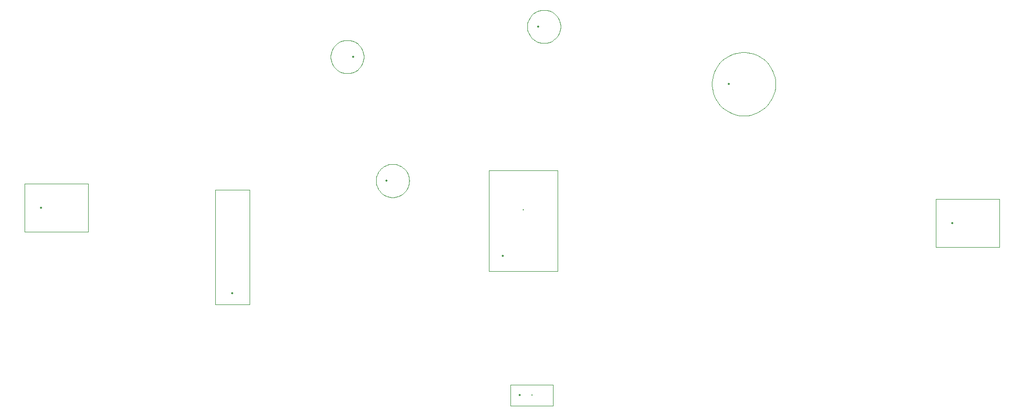
<source format=gbr>
%TF.GenerationSoftware,KiCad,Pcbnew,9.0.0*%
%TF.CreationDate,2025-04-11T18:32:40+05:30*%
%TF.ProjectId,buck converter,6275636b-2063-46f6-9e76-65727465722e,rev?*%
%TF.SameCoordinates,Original*%
%TF.FileFunction,Component,L1,Top*%
%TF.FilePolarity,Positive*%
%FSLAX46Y46*%
G04 Gerber Fmt 4.6, Leading zero omitted, Abs format (unit mm)*
G04 Created by KiCad (PCBNEW 9.0.0) date 2025-04-11 18:32:40*
%MOMM*%
%LPD*%
G01*
G04 APERTURE LIST*
%TA.AperFunction,ComponentMain*%
%ADD10C,0.300000*%
%TD*%
%TA.AperFunction,ComponentOutline,Courtyard*%
%ADD11C,0.100000*%
%TD*%
%TA.AperFunction,ComponentPin*%
%ADD12P,0.360000X4X0.000000*%
%TD*%
%TA.AperFunction,ComponentPin*%
%ADD13C,0.100000*%
%TD*%
G04 APERTURE END LIST*
D10*
%TO.C,U1*%
%TO.CFtp,TO-263-5_TabPin3*%
%TO.CVal,LM2596S-5*%
%TO.CLbN,Package_TO_SOT_SMD*%
%TO.CMnt,SMD*%
%TO.CRot,90*%
X161075000Y-95275000D03*
D11*
X166720000Y-88830000D02*
X166720000Y-105470000D01*
X155430000Y-105470000D01*
X155430000Y-88830000D01*
X166720000Y-88830000D01*
D12*
%TO.P,U1,1,VIN*%
X157675000Y-102925000D03*
D13*
%TO.P,U1,2,OUT*%
X159375000Y-102925000D03*
%TO.P,U1,3,GND*%
X161075000Y-102925000D03*
X158300000Y-96200000D03*
X163850000Y-96200000D03*
X161075000Y-93775000D03*
X158300000Y-91350000D03*
X163850000Y-91350000D03*
%TO.P,U1,4,FB*%
X162775000Y-102925000D03*
%TO.P,U1,5,~{ON}/OFF*%
X164475000Y-102925000D03*
%TD*%
D10*
%TO.C,L1*%
%TO.CFtp,L_Radial_D10.0mm_P5.00mm_Fastron_07M*%
%TO.CVal,L*%
%TO.CLbN,Inductor_THT*%
%TO.CMnt,TH*%
%TO.CRot,0*%
X195000000Y-74500000D03*
D11*
X197728892Y-69257498D02*
X198184937Y-69297397D01*
X198635761Y-69376889D01*
X199077961Y-69495376D01*
X199508120Y-69651942D01*
X199923028Y-69845416D01*
X200319474Y-70074304D01*
X200694476Y-70336884D01*
X201045149Y-70631133D01*
X201368866Y-70954850D01*
X201663115Y-71305523D01*
X201925695Y-71680525D01*
X202154583Y-72076971D01*
X202348057Y-72491879D01*
X202504623Y-72922038D01*
X202623110Y-73364238D01*
X202702602Y-73815062D01*
X202742504Y-74271131D01*
X202744999Y-74500000D01*
X202742504Y-74728868D01*
X202702602Y-75184937D01*
X202623110Y-75635761D01*
X202504623Y-76077961D01*
X202348057Y-76508120D01*
X202154583Y-76923028D01*
X201925695Y-77319474D01*
X201663115Y-77694476D01*
X201368866Y-78045149D01*
X201045149Y-78368866D01*
X200694476Y-78663115D01*
X200319474Y-78925695D01*
X199923028Y-79154583D01*
X199508120Y-79348057D01*
X199077961Y-79504623D01*
X198635761Y-79623110D01*
X198184937Y-79702602D01*
X197728892Y-79742502D01*
X197271108Y-79742502D01*
X196815062Y-79702602D01*
X196364238Y-79623110D01*
X195922038Y-79504623D01*
X195491879Y-79348057D01*
X195076971Y-79154583D01*
X194680525Y-78925695D01*
X194305523Y-78663115D01*
X193954850Y-78368866D01*
X193631133Y-78045149D01*
X193336884Y-77694476D01*
X193074304Y-77319474D01*
X192845416Y-76923028D01*
X192651942Y-76508120D01*
X192495376Y-76077961D01*
X192376889Y-75635761D01*
X192297397Y-75184937D01*
X192257498Y-74728892D01*
X192257498Y-74271107D01*
X192297397Y-73815062D01*
X192376889Y-73364238D01*
X192495376Y-72922038D01*
X192651942Y-72491879D01*
X192845416Y-72076971D01*
X193074304Y-71680525D01*
X193336884Y-71305523D01*
X193631133Y-70954850D01*
X193954850Y-70631133D01*
X194305523Y-70336884D01*
X194680525Y-70074304D01*
X195076971Y-69845416D01*
X195491879Y-69651942D01*
X195922038Y-69495376D01*
X196364238Y-69376889D01*
X196815062Y-69297397D01*
X197271108Y-69257498D01*
X197728892Y-69257498D01*
D12*
%TO.P,L1,1,1*%
X195000000Y-74500000D03*
D13*
%TO.P,L1,2,2*%
X200000000Y-74500000D03*
%TD*%
D10*
%TO.C,J2*%
%TO.CFtp,TerminalBlock_bornier-2_P5.08mm*%
%TO.CVal,Screw_Terminal_01x02*%
%TO.CLbN,TerminalBlock*%
%TO.CMnt,TH*%
%TO.CRot,0*%
X231920000Y-97500000D03*
D11*
X239705000Y-93505000D02*
X239705000Y-101495000D01*
X229215000Y-101495000D01*
X229215000Y-93505000D01*
X239705000Y-93505000D01*
D12*
%TO.P,J2,1,Pin_1*%
X231920000Y-97500000D03*
D13*
%TO.P,J2,2,Pin_2*%
X237000000Y-97500000D03*
%TD*%
D10*
%TO.C,J1*%
%TO.CFtp,TerminalBlock_bornier-2_P5.08mm*%
%TO.CVal,Screw_Terminal_01x02*%
%TO.CLbN,TerminalBlock*%
%TO.CMnt,TH*%
%TO.CRot,0*%
X81420000Y-95000000D03*
D11*
X89205000Y-91005000D02*
X89205000Y-98995000D01*
X78715000Y-98995000D01*
X78715000Y-91005000D01*
X89205000Y-91005000D01*
D12*
%TO.P,J1,1,Pin_1*%
X81420000Y-95000000D03*
D13*
%TO.P,J1,2,Pin_2*%
X86500000Y-95000000D03*
%TD*%
D10*
%TO.C,D2*%
%TO.CFtp,D_SMA*%
%TO.CVal,SS34*%
%TO.CLbN,Diode_SMD*%
%TO.CMnt,SMD*%
%TO.CRot,0*%
X162500000Y-126000000D03*
D11*
X165995000Y-124255000D02*
X165995000Y-127745000D01*
X159005000Y-127745000D01*
X159005000Y-124255000D01*
X165995000Y-124255000D01*
D12*
%TO.P,D2,1,K*%
X160500000Y-126000000D03*
D13*
%TO.P,D2,2,A*%
X164500000Y-126000000D03*
%TD*%
D10*
%TO.C,D1*%
%TO.CFtp,D_DO-201AD_P15.24mm_Horizontal*%
%TO.CVal,D*%
%TO.CLbN,Diode_THT*%
%TO.CMnt,TH*%
%TO.CRot,90*%
X113000000Y-109120000D03*
D11*
X115845000Y-92035000D02*
X115845000Y-110965000D01*
X110155000Y-110965000D01*
X110155000Y-92035000D01*
X115845000Y-92035000D01*
D12*
%TO.P,D1,1,K*%
X113000000Y-109120000D03*
D13*
%TO.P,D1,2,A*%
X113000000Y-93880000D03*
%TD*%
D10*
%TO.C,C3*%
%TO.CFtp,CP_Radial_D5.0mm_P2.00mm*%
%TO.CVal,C*%
%TO.CLbN,Capacitor_THT*%
%TO.CMnt,TH*%
%TO.CRot,0*%
X138500000Y-90500000D03*
D11*
X139665886Y-87757509D02*
X139995251Y-87797500D01*
X140317394Y-87876901D01*
X140627611Y-87994551D01*
X140921387Y-88148737D01*
X141194433Y-88337206D01*
X141442778Y-88557221D01*
X141662793Y-88805566D01*
X141851262Y-89078612D01*
X142005448Y-89372388D01*
X142123098Y-89682605D01*
X142202499Y-90004748D01*
X142242496Y-90334155D01*
X142244999Y-90500000D01*
X142242496Y-90665844D01*
X142202499Y-90995251D01*
X142123098Y-91317394D01*
X142005448Y-91627611D01*
X141851262Y-91921387D01*
X141662793Y-92194433D01*
X141442778Y-92442778D01*
X141194433Y-92662793D01*
X140921387Y-92851262D01*
X140627611Y-93005448D01*
X140317394Y-93123098D01*
X139995251Y-93202499D01*
X139665886Y-93242491D01*
X139334114Y-93242491D01*
X139004748Y-93202499D01*
X138682605Y-93123098D01*
X138372388Y-93005448D01*
X138078612Y-92851262D01*
X137805566Y-92662793D01*
X137557221Y-92442778D01*
X137337206Y-92194433D01*
X137148737Y-91921387D01*
X136994551Y-91627611D01*
X136876901Y-91317394D01*
X136797500Y-90995251D01*
X136757509Y-90665886D01*
X136757509Y-90334113D01*
X136797500Y-90004748D01*
X136876901Y-89682605D01*
X136994551Y-89372388D01*
X137148737Y-89078612D01*
X137337206Y-88805566D01*
X137557221Y-88557221D01*
X137805566Y-88337206D01*
X138078612Y-88148737D01*
X138372388Y-87994551D01*
X138682605Y-87876901D01*
X139004748Y-87797500D01*
X139334114Y-87757509D01*
X139665886Y-87757509D01*
D12*
%TO.P,C3,1*%
X138500000Y-90500000D03*
D13*
%TO.P,C3,2*%
X140500000Y-90500000D03*
%TD*%
D10*
%TO.C,C2*%
%TO.CFtp,CP_Radial_D5.0mm_P2.00mm*%
%TO.CVal,C*%
%TO.CLbN,Capacitor_THT*%
%TO.CMnt,TH*%
%TO.CRot,0*%
X163500000Y-65000000D03*
D11*
X164665886Y-62257509D02*
X164995251Y-62297500D01*
X165317394Y-62376901D01*
X165627611Y-62494551D01*
X165921387Y-62648737D01*
X166194433Y-62837206D01*
X166442778Y-63057221D01*
X166662793Y-63305566D01*
X166851262Y-63578612D01*
X167005448Y-63872388D01*
X167123098Y-64182605D01*
X167202499Y-64504748D01*
X167242496Y-64834155D01*
X167244999Y-65000000D01*
X167242496Y-65165844D01*
X167202499Y-65495251D01*
X167123098Y-65817394D01*
X167005448Y-66127611D01*
X166851262Y-66421387D01*
X166662793Y-66694433D01*
X166442778Y-66942778D01*
X166194433Y-67162793D01*
X165921387Y-67351262D01*
X165627611Y-67505448D01*
X165317394Y-67623098D01*
X164995251Y-67702499D01*
X164665886Y-67742491D01*
X164334114Y-67742491D01*
X164004748Y-67702499D01*
X163682605Y-67623098D01*
X163372388Y-67505448D01*
X163078612Y-67351262D01*
X162805566Y-67162793D01*
X162557221Y-66942778D01*
X162337206Y-66694433D01*
X162148737Y-66421387D01*
X161994551Y-66127611D01*
X161876901Y-65817394D01*
X161797500Y-65495251D01*
X161757509Y-65165886D01*
X161757509Y-64834113D01*
X161797500Y-64504748D01*
X161876901Y-64182605D01*
X161994551Y-63872388D01*
X162148737Y-63578612D01*
X162337206Y-63305566D01*
X162557221Y-63057221D01*
X162805566Y-62837206D01*
X163078612Y-62648737D01*
X163372388Y-62494551D01*
X163682605Y-62376901D01*
X164004748Y-62297500D01*
X164334114Y-62257509D01*
X164665886Y-62257509D01*
D12*
%TO.P,C2,1*%
X163500000Y-65000000D03*
D13*
%TO.P,C2,2*%
X165500000Y-65000000D03*
%TD*%
D10*
%TO.C,C1*%
%TO.CFtp,CP_Radial_D5.0mm_P2.00mm*%
%TO.CVal,C*%
%TO.CLbN,Capacitor_THT*%
%TO.CMnt,TH*%
%TO.CRot,180*%
X133000000Y-70000000D03*
D11*
X132165886Y-67257509D02*
X132495251Y-67297500D01*
X132817394Y-67376901D01*
X133127611Y-67494551D01*
X133421387Y-67648737D01*
X133694433Y-67837206D01*
X133942778Y-68057221D01*
X134162793Y-68305566D01*
X134351262Y-68578612D01*
X134505448Y-68872388D01*
X134623098Y-69182605D01*
X134702499Y-69504748D01*
X134742496Y-69834155D01*
X134744999Y-70000000D01*
X134742496Y-70165844D01*
X134702499Y-70495251D01*
X134623098Y-70817394D01*
X134505448Y-71127611D01*
X134351262Y-71421387D01*
X134162793Y-71694433D01*
X133942778Y-71942778D01*
X133694433Y-72162793D01*
X133421387Y-72351262D01*
X133127611Y-72505448D01*
X132817394Y-72623098D01*
X132495251Y-72702499D01*
X132165886Y-72742491D01*
X131834114Y-72742491D01*
X131504748Y-72702499D01*
X131182605Y-72623098D01*
X130872388Y-72505448D01*
X130578612Y-72351262D01*
X130305566Y-72162793D01*
X130057221Y-71942778D01*
X129837206Y-71694433D01*
X129648737Y-71421387D01*
X129494551Y-71127611D01*
X129376901Y-70817394D01*
X129297500Y-70495251D01*
X129257509Y-70165886D01*
X129257509Y-69834113D01*
X129297500Y-69504748D01*
X129376901Y-69182605D01*
X129494551Y-68872388D01*
X129648737Y-68578612D01*
X129837206Y-68305566D01*
X130057221Y-68057221D01*
X130305566Y-67837206D01*
X130578612Y-67648737D01*
X130872388Y-67494551D01*
X131182605Y-67376901D01*
X131504748Y-67297500D01*
X131834114Y-67257509D01*
X132165886Y-67257509D01*
D12*
%TO.P,C1,1*%
X133000000Y-70000000D03*
D13*
%TO.P,C1,2*%
X131000000Y-70000000D03*
%TD*%
M02*

</source>
